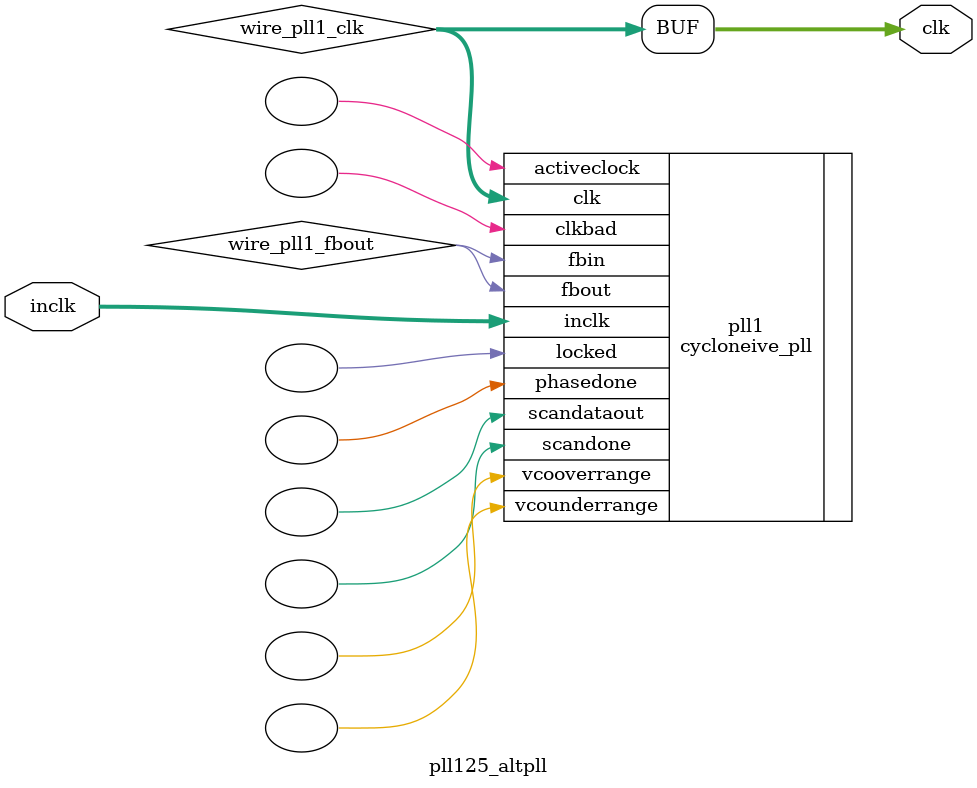
<source format=v>






//synthesis_resources = cycloneive_pll 1 
//synopsys translate_off
`timescale 1 ps / 1 ps
//synopsys translate_on
module  pll125_altpll
	( 
	clk,
	inclk) /* synthesis synthesis_clearbox=1 */;
	output   [4:0]  clk;
	input   [1:0]  inclk;
`ifndef ALTERA_RESERVED_QIS
// synopsys translate_off
`endif
	tri0   [1:0]  inclk;
`ifndef ALTERA_RESERVED_QIS
// synopsys translate_on
`endif

	wire  [4:0]   wire_pll1_clk;
	wire  wire_pll1_fbout;

	cycloneive_pll   pll1
	( 
	.activeclock(),
	.clk(wire_pll1_clk),
	.clkbad(),
	.fbin(wire_pll1_fbout),
	.fbout(wire_pll1_fbout),
	.inclk(inclk),
	.locked(),
	.phasedone(),
	.scandataout(),
	.scandone(),
	.vcooverrange(),
	.vcounderrange()
	`ifndef FORMAL_VERIFICATION
	// synopsys translate_off
	`endif
	,
	.areset(1'b0),
	.clkswitch(1'b0),
	.configupdate(1'b0),
	.pfdena(1'b1),
	.phasecounterselect({3{1'b0}}),
	.phasestep(1'b0),
	.phaseupdown(1'b0),
	.scanclk(1'b0),
	.scanclkena(1'b1),
	.scandata(1'b0)
	`ifndef FORMAL_VERIFICATION
	// synopsys translate_on
	`endif
	);
	defparam
		pll1.bandwidth_type = "auto",
		pll1.clk0_divide_by = 2,
		pll1.clk0_duty_cycle = 50,
		pll1.clk0_multiply_by = 5,
		pll1.clk0_phase_shift = "0",
		pll1.compensate_clock = "clk0",
		pll1.inclk0_input_frequency = 20000,
		pll1.operation_mode = "normal",
		pll1.pll_type = "auto",
		pll1.lpm_type = "cycloneive_pll";
	assign
		clk = {wire_pll1_clk[4:0]};
endmodule //pll125_altpll
//VALID FILE

</source>
